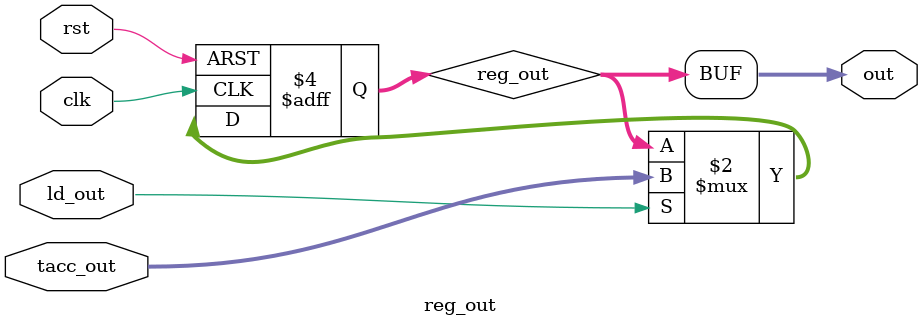
<source format=v>
module reg_out(
input [11:0] tacc_out,
input clk , rst, ld_out,
output [11:0] out
);
reg [11:0] reg_out;
always @(posedge clk or posedge rst ) begin
if (rst)
reg_out <=0;
else if (ld_out)
reg_out <= tacc_out;
end
assign out = reg_out;

endmodule
</source>
